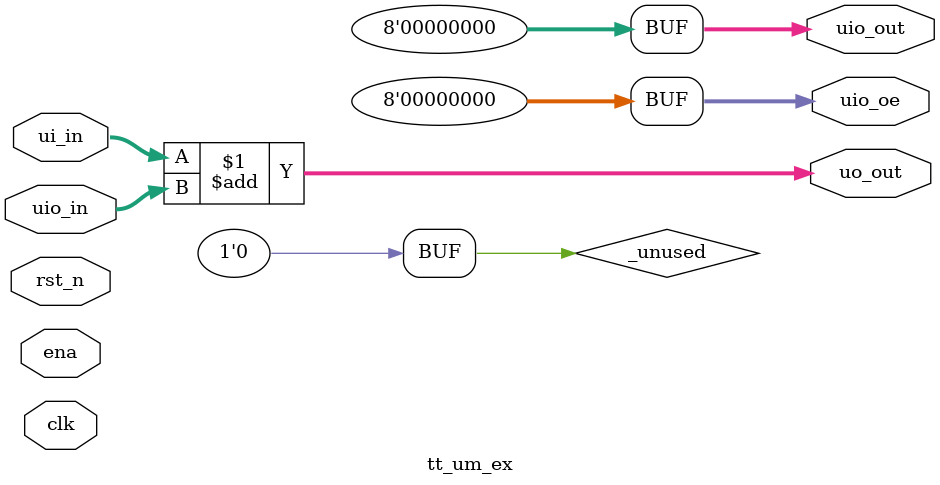
<source format=v>
/*
 * Copyright (c) 2024 Your Name
 * SPDX-License-Identifier: Apache-2.0
 */

`default_nettype none

module tt_um_ex (
    input  wire [7:0] ui_in,    // Dedicated inputs
    output wire [7:0] uo_out,   // Dedicated outputs
    input  wire [7:0] uio_in,   // IOs: Input path
    output wire [7:0] uio_out,  // IOs: Output path
    output wire [7:0] uio_oe,   // IOs: Enable path (active high: 0=input, 1=output)
    input  wire       ena,      // always 1 when the design is powered, so you can ignore it
    input  wire       clk,      // clock
    input  wire       rst_n     // reset_n - low to reset
);

  // All output pins must be assigned. If not used, assign to 0.
  assign uo_out  = ui_in + uio_in;  // Example: ou_out is the sum of ui_in and uio_in
  assign uio_out = 0;
  assign uio_oe  = 0;

  // List all unused inputs to prevent warnings
  wire _unused = &{clk, rst_n, 1'b0};

endmodule

</source>
